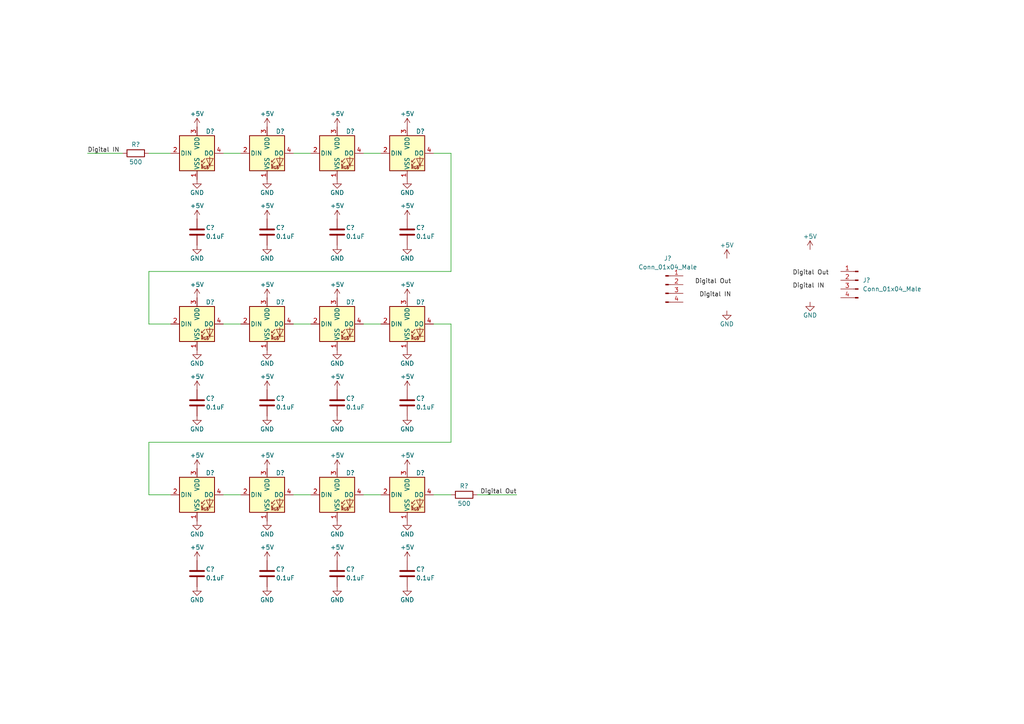
<source format=kicad_sch>
(kicad_sch (version 20211123) (generator eeschema)
  (paper "A4")
  (lib_symbols
    (symbol "Connector:Conn_01x04_Male" (pin_names (offset 1.016) hide)
      (property "Reference" "J" (at 0 5.08 0))
      (property "Value" "Conn_01x04_Male" (at 0 -7.62 0))
      (symbol "Conn_01x04_Male_1_1"
        (polyline (pts (xy 1.27 -5.08) (xy 0.8636 -5.08)) (stroke (width 0.1524)))
        (polyline (pts (xy 1.27 -2.54) (xy 0.8636 -2.54)) (stroke (width 0.1524)))
        (polyline (pts (xy 1.27 0) (xy 0.8636 0)) (stroke (width 0.1524)))
        (polyline (pts (xy 1.27 2.54) (xy 0.8636 2.54)) (stroke (width 0.1524)))
        (rectangle (start 0.8636 -4.953) (end 0 -5.207) (stroke (width 0.1524)) (fill (type outline)))
        (rectangle (start 0.8636 -2.413) (end 0 -2.667) (stroke (width 0.1524)) (fill (type outline)))
        (rectangle (start 0.8636 0.127) (end 0 -0.127) (stroke (width 0.1524)) (fill (type outline)))
        (rectangle (start 0.8636 2.667) (end 0 2.413) (stroke (width 0.1524)) (fill (type outline)))
        (pin passive line (at 5.08 2.54 180) (length 3.81) (name "Pin_1") (number "1"))
        (pin passive line (at 5.08 0 180) (length 3.81) (name "Pin_2") (number "2"))
        (pin passive line (at 5.08 -2.54 180) (length 3.81) (name "Pin_3") (number "3"))
        (pin passive line (at 5.08 -5.08 180) (length 3.81) (name "Pin_4") (number "4"))
      )
    )
    (symbol "Device:C" (pin_numbers hide) (pin_names (offset 0.254))
      (property "Reference" "C" (at 0.635 2.54 0))
      (property "Value" "C" (at 0.635 -2.54 0))
      (symbol "C_0_1"
        (polyline (pts (xy -2.032 -0.762) (xy 2.032 -0.762)) (stroke (width 0.508)))
        (polyline (pts (xy -2.032 0.762) (xy 2.032 0.762)) (stroke (width 0.508)))
      )
      (symbol "C_1_1"
        (pin passive line (at 0 3.81 270) (length 2.794) (name "~") (number "1"))
        (pin passive line (at 0 -3.81 90) (length 2.794) (name "~") (number "2"))
      )
    )
    (symbol "Device:R" (pin_numbers hide) (pin_names (offset 0))
      (property "Reference" "R" (at 2.032 0 90))
      (property "Value" "R" (at 0 0 90))
      (symbol "R_0_1"
        (rectangle (start -1.016 -2.54) (end 1.016 2.54) (stroke (width 0.254)))
      )
      (symbol "R_1_1"
        (pin passive line (at 0 3.81 270) (length 1.27) (name "~") (number "1"))
        (pin passive line (at 0 -3.81 90) (length 1.27) (name "~") (number "2"))
      )
    )
    (symbol "LED:Inolux_IN-PI554FCH" (pin_names (offset 0.254))
      (property "Reference" "D" (at 5.08 5.715 0))
      (property "Value" "Inolux_IN-PI554FCH" (at 1.27 -5.715 0))
      (symbol "Inolux_IN-PI554FCH_0_0"
        (text "RGB" (at 2.286 -4.191 0) (effects (font (size 0.762 0.762))))
      )
      (symbol "Inolux_IN-PI554FCH_0_1"
        (polyline (pts (xy 1.27 -3.556) (xy 1.778 -3.556)))
        (polyline (pts (xy 1.27 -2.54) (xy 1.778 -2.54)))
        (polyline (pts (xy 4.699 -3.556) (xy 2.667 -3.556)))
        (polyline (pts (xy 2.286 -2.54) (xy 1.27 -3.556) (xy 1.27 -3.048)))
        (polyline (pts (xy 2.286 -1.524) (xy 1.27 -2.54) (xy 1.27 -2.032)))
        (polyline (pts (xy 3.683 -1.016) (xy 3.683 -3.556) (xy 3.683 -4.064)))
        (polyline (pts (xy 4.699 -1.524) (xy 2.667 -1.524) (xy 3.683 -3.556) (xy 4.699 -1.524)))
        (rectangle (start 5.08 5.08) (end -5.08 -5.08) (stroke (width 0.254)) (fill (type background)))
      )
      (symbol "Inolux_IN-PI554FCH_1_1"
        (pin power_in line (at 0 -7.62 90) (length 2.54) (name "VSS") (number "1"))
        (pin input line (at -7.62 0 0) (length 2.54) (name "DIN") (number "2"))
        (pin power_in line (at 0 7.62 270) (length 2.54) (name "VDD") (number "3"))
        (pin output line (at 7.62 0 180) (length 2.54) (name "DO") (number "4"))
      )
    )
    (symbol "power:+5V" (power) (pin_names (offset 0))
      (property "Value" "+5V" (at 0 3.556 0))
      (symbol "+5V_0_1"
        (polyline (pts (xy -0.762 1.27) (xy 0 2.54)))
        (polyline (pts (xy 0 0) (xy 0 2.54)))
        (polyline (pts (xy 0 2.54) (xy 0.762 1.27)))
      )
      (symbol "+5V_1_1"
        (pin power_in line (at 0 0 90) (length 0) hide (name "+5V") (number "1"))
      )
    )
    (symbol "power:GND" (power) (pin_names (offset 0))
      (property "Value" "GND" (at 0 -3.81 0))
      (symbol "GND_0_1"
        (polyline (pts (xy 0 0) (xy 0 -1.27) (xy 1.27 -1.27) (xy 0 -2.54) (xy -1.27 -1.27) (xy 0 -1.27)))
      )
      (symbol "GND_1_1"
        (pin power_in line (at 0 0 270) (length 0) hide (name "GND") (number "1"))
      )
    )
  )
  (wire (pts (xy 105.41 143.51) (xy 110.49 143.51)))
  (wire (pts (xy 105.41 44.45) (xy 110.49 44.45)))
  (wire (pts (xy 64.77 93.98) (xy 69.85 93.98)))
  (wire (pts (xy 105.41 93.98) (xy 110.49 93.98)))
  (wire (pts (xy 138.43 143.51) (xy 149.86 143.51)))
  (wire (pts (xy 125.73 93.98) (xy 130.81 93.98)))
  (wire (pts (xy 64.77 143.51) (xy 69.85 143.51)))
  (wire (pts (xy 43.18 78.74) (xy 43.18 93.98)))
  (wire (pts (xy 130.81 78.74) (xy 43.18 78.74)))
  (wire (pts (xy 130.81 128.27) (xy 43.18 128.27)))
  (wire (pts (xy 130.81 93.98) (xy 130.81 128.27)))
  (wire (pts (xy 64.77 44.45) (xy 69.85 44.45)))
  (wire (pts (xy 43.18 93.98) (xy 49.53 93.98)))
  (wire (pts (xy 43.18 44.45) (xy 49.53 44.45)))
  (wire (pts (xy 85.09 93.98) (xy 90.17 93.98)))
  (wire (pts (xy 43.18 143.51) (xy 49.53 143.51)))
  (wire (pts (xy 125.73 143.51) (xy 130.81 143.51)))
  (wire (pts (xy 43.18 128.27) (xy 43.18 143.51)))
  (wire (pts (xy 85.09 44.45) (xy 90.17 44.45)))
  (wire (pts (xy 125.73 44.45) (xy 130.81 44.45)))
  (wire (pts (xy 85.09 143.51) (xy 90.17 143.51)))
  (wire (pts (xy 25.4 44.45) (xy 35.56 44.45)))
  (wire (pts (xy 130.81 44.45) (xy 130.81 78.74)))
  (label "Digital Out" (at 212.09 82.55 180))
  (label "Digital IN" (at 25.4 44.45 0))
  (label "Digital IN" (at 229.87 83.82 0))
  (label "Digital Out" (at 229.87 80.01 0))
  (label "Digital Out" (at 149.86 143.51 180))
  (label "Digital IN" (at 212.09 86.36 180))
  (symbol (lib_id "LED:Inolux_IN-PI554FCH") (at 77.47 44.45 0) (unit 1)
    (property "Reference" "D?" (at 81.28 38.1 0))
    (property "Value" "Inolux_IN-PI554FCH" (effects hide))
    (property "Footprint" "LED_SMD:LED_Inolux_IN-PI554FCH_PLCC4_5.0x5.0mm_P3.2mm" (effects hide))
    (property "Datasheet" "http://www.inolux-corp.com/datasheet/SMDLED/Addressable%20LED/IN-PI554FCH.pdf" (effects hide))
  )
  (symbol (lib_id "power:GND") (at 118.11 101.6 0) (unit 1)
    (property "Reference" "#PWR?" (effects hide))
    (property "Value" "GND" (at 118.11 105.41 0))
  )
  (symbol (lib_id "power:GND") (at 97.79 52.07 0) (unit 1)
    (property "Reference" "#PWR?" (effects hide))
    (property "Value" "GND" (at 97.79 55.88 0))
  )
  (symbol (lib_id "power:+5V") (at 118.11 36.83 0) (unit 1)
    (property "Reference" "#PWR?" (effects hide))
    (property "Value" "+5V" (at 118.11 33.02 0))
  )
  (symbol (lib_id "Device:C") (at 57.15 116.84 0) (unit 1)
    (property "Reference" "C?" (at 59.69 115.57 0) (effects (justify left)))
    (property "Value" "0.1uF" (at 59.69 118.11 0) (effects (justify left)))
  )
  (symbol (lib_id "Device:C") (at 97.79 67.31 0) (unit 1)
    (property "Reference" "C?" (at 100.33 66.04 0) (effects (justify left)))
    (property "Value" "0.1uF" (at 100.33 68.58 0) (effects (justify left)))
  )
  (symbol (lib_id "Device:C") (at 97.79 116.84 0) (unit 1)
    (property "Reference" "C?" (at 100.33 115.57 0) (effects (justify left)))
    (property "Value" "0.1uF" (at 100.33 118.11 0) (effects (justify left)))
  )
  (symbol (lib_id "power:GND") (at 57.15 52.07 0) (unit 1)
    (property "Reference" "#PWR?" (effects hide))
    (property "Value" "GND" (at 57.15 55.88 0))
  )
  (symbol (lib_id "Connector:Conn_01x04_Male") (at 193.04 82.55 0) (unit 1)
    (property "Reference" "J?" (at 193.675 74.93 0))
    (property "Value" "Conn_01x04_Male" (at 193.675 77.47 0))
  )
  (symbol (lib_id "power:+5V") (at 77.47 86.36 0) (unit 1)
    (property "Reference" "#PWR?" (effects hide))
    (property "Value" "+5V" (at 77.47 82.55 0))
  )
  (symbol (lib_id "Device:C") (at 77.47 166.37 0) (unit 1)
    (property "Reference" "C?" (at 80.01 165.1 0) (effects (justify left)))
    (property "Value" "0.1uF" (at 80.01 167.64 0) (effects (justify left)))
  )
  (symbol (lib_id "power:GND") (at 77.47 120.65 0) (unit 1)
    (property "Reference" "#PWR?" (effects hide))
    (property "Value" "GND" (at 77.47 124.46 0))
  )
  (symbol (lib_id "power:+5V") (at 210.82 74.93 0) (unit 1)
    (property "Reference" "#PWR?" (effects hide))
    (property "Value" "+5V" (at 210.82 71.12 0))
  )
  (symbol (lib_id "power:+5V") (at 97.79 162.56 0) (unit 1)
    (property "Reference" "#PWR?" (effects hide))
    (property "Value" "+5V" (at 97.79 158.75 0))
  )
  (symbol (lib_id "power:+5V") (at 97.79 135.89 0) (unit 1)
    (property "Reference" "#PWR?" (effects hide))
    (property "Value" "+5V" (at 97.79 132.08 0))
  )
  (symbol (lib_id "power:GND") (at 118.11 170.18 0) (unit 1)
    (property "Reference" "#PWR?" (effects hide))
    (property "Value" "GND" (at 118.11 173.99 0))
  )
  (symbol (lib_id "LED:Inolux_IN-PI554FCH") (at 118.11 44.45 0) (unit 1)
    (property "Reference" "D?" (at 121.92 38.1 0))
    (property "Value" "Inolux_IN-PI554FCH" (effects hide))
    (property "Footprint" "LED_SMD:LED_Inolux_IN-PI554FCH_PLCC4_5.0x5.0mm_P3.2mm" (effects hide))
    (property "Datasheet" "http://www.inolux-corp.com/datasheet/SMDLED/Addressable%20LED/IN-PI554FCH.pdf" (effects hide))
  )
  (symbol (lib_id "power:+5V") (at 77.47 162.56 0) (unit 1)
    (property "Reference" "#PWR?" (effects hide))
    (property "Value" "+5V" (at 77.47 158.75 0))
  )
  (symbol (lib_id "power:GND") (at 118.11 151.13 0) (unit 1)
    (property "Reference" "#PWR?" (effects hide))
    (property "Value" "GND" (at 118.11 154.94 0))
  )
  (symbol (lib_id "Device:C") (at 118.11 67.31 0) (unit 1)
    (property "Reference" "C?" (at 120.65 66.04 0) (effects (justify left)))
    (property "Value" "0.1uF" (at 120.65 68.58 0) (effects (justify left)))
  )
  (symbol (lib_id "power:GND") (at 118.11 52.07 0) (unit 1)
    (property "Reference" "#PWR?" (effects hide))
    (property "Value" "GND" (at 118.11 55.88 0))
  )
  (symbol (lib_id "Device:C") (at 77.47 67.31 0) (unit 1)
    (property "Reference" "C?" (at 80.01 66.04 0) (effects (justify left)))
    (property "Value" "0.1uF" (at 80.01 68.58 0) (effects (justify left)))
  )
  (symbol (lib_id "power:GND") (at 118.11 120.65 0) (unit 1)
    (property "Reference" "#PWR?" (effects hide))
    (property "Value" "GND" (at 118.11 124.46 0))
  )
  (symbol (lib_id "Device:R") (at 134.62 143.51 90) (unit 1)
    (property "Reference" "R?" (at 134.62 140.97 90))
    (property "Value" "500" (at 134.62 146.05 90))
  )
  (symbol (lib_id "Device:C") (at 97.79 166.37 0) (unit 1)
    (property "Reference" "C?" (at 100.33 165.1 0) (effects (justify left)))
    (property "Value" "0.1uF" (at 100.33 167.64 0) (effects (justify left)))
  )
  (symbol (lib_id "power:+5V") (at 77.47 113.03 0) (unit 1)
    (property "Reference" "#PWR?" (effects hide))
    (property "Value" "+5V" (at 77.47 109.22 0))
  )
  (symbol (lib_id "power:GND") (at 97.79 170.18 0) (unit 1)
    (property "Reference" "#PWR?" (effects hide))
    (property "Value" "GND" (at 97.79 173.99 0))
  )
  (symbol (lib_id "power:+5V") (at 77.47 36.83 0) (unit 1)
    (property "Reference" "#PWR?" (effects hide))
    (property "Value" "+5V" (at 77.47 33.02 0))
  )
  (symbol (lib_id "power:+5V") (at 118.11 113.03 0) (unit 1)
    (property "Reference" "#PWR?" (effects hide))
    (property "Value" "+5V" (at 118.11 109.22 0))
  )
  (symbol (lib_id "Device:C") (at 57.15 67.31 0) (unit 1)
    (property "Reference" "C?" (at 59.69 66.04 0) (effects (justify left)))
    (property "Value" "0.1uF" (at 59.69 68.58 0) (effects (justify left)))
  )
  (symbol (lib_id "power:+5V") (at 97.79 86.36 0) (unit 1)
    (property "Reference" "#PWR?" (effects hide))
    (property "Value" "+5V" (at 97.79 82.55 0))
  )
  (symbol (lib_id "LED:Inolux_IN-PI554FCH") (at 57.15 143.51 0) (unit 1)
    (property "Reference" "D?" (at 60.96 137.16 0))
    (property "Value" "Inolux_IN-PI554FCH" (effects hide))
    (property "Footprint" "LED_SMD:LED_Inolux_IN-PI554FCH_PLCC4_5.0x5.0mm_P3.2mm" (effects hide))
    (property "Datasheet" "http://www.inolux-corp.com/datasheet/SMDLED/Addressable%20LED/IN-PI554FCH.pdf" (effects hide))
  )
  (symbol (lib_id "power:+5V") (at 57.15 86.36 0) (unit 1)
    (property "Reference" "#PWR?" (effects hide))
    (property "Value" "+5V" (at 57.15 82.55 0))
  )
  (symbol (lib_id "LED:Inolux_IN-PI554FCH") (at 57.15 44.45 0) (unit 1)
    (property "Reference" "D?" (at 60.96 38.1 0))
    (property "Value" "Inolux_IN-PI554FCH" (effects hide))
    (property "Footprint" "LED_SMD:LED_Inolux_IN-PI554FCH_PLCC4_5.0x5.0mm_P3.2mm" (effects hide))
    (property "Datasheet" "http://www.inolux-corp.com/datasheet/SMDLED/Addressable%20LED/IN-PI554FCH.pdf" (effects hide))
  )
  (symbol (lib_id "power:+5V") (at 97.79 113.03 0) (unit 1)
    (property "Reference" "#PWR?" (effects hide))
    (property "Value" "+5V" (at 97.79 109.22 0))
  )
  (symbol (lib_id "Device:C") (at 118.11 166.37 0) (unit 1)
    (property "Reference" "C?" (at 120.65 165.1 0) (effects (justify left)))
    (property "Value" "0.1uF" (at 120.65 167.64 0) (effects (justify left)))
  )
  (symbol (lib_id "power:GND") (at 118.11 71.12 0) (unit 1)
    (property "Reference" "#PWR?" (effects hide))
    (property "Value" "GND" (at 118.11 74.93 0))
  )
  (symbol (lib_id "power:GND") (at 57.15 170.18 0) (unit 1)
    (property "Reference" "#PWR?" (effects hide))
    (property "Value" "GND" (at 57.15 173.99 0))
  )
  (symbol (lib_id "power:+5V") (at 57.15 36.83 0) (unit 1)
    (property "Reference" "#PWR?" (effects hide))
    (property "Value" "+5V" (at 57.15 33.02 0))
  )
  (symbol (lib_id "power:GND") (at 97.79 101.6 0) (unit 1)
    (property "Reference" "#PWR?" (effects hide))
    (property "Value" "GND" (at 97.79 105.41 0))
  )
  (symbol (lib_id "LED:Inolux_IN-PI554FCH") (at 118.11 93.98 0) (unit 1)
    (property "Reference" "D?" (at 121.92 87.63 0))
    (property "Value" "Inolux_IN-PI554FCH" (effects hide))
    (property "Footprint" "LED_SMD:LED_Inolux_IN-PI554FCH_PLCC4_5.0x5.0mm_P3.2mm" (effects hide))
    (property "Datasheet" "http://www.inolux-corp.com/datasheet/SMDLED/Addressable%20LED/IN-PI554FCH.pdf" (effects hide))
  )
  (symbol (lib_id "power:+5V") (at 234.95 72.39 0) (unit 1)
    (property "Reference" "#PWR?" (effects hide))
    (property "Value" "+5V" (at 234.95 68.58 0))
  )
  (symbol (lib_id "power:GND") (at 97.79 120.65 0) (unit 1)
    (property "Reference" "#PWR?" (effects hide))
    (property "Value" "GND" (at 97.79 124.46 0))
  )
  (symbol (lib_id "power:GND") (at 57.15 101.6 0) (unit 1)
    (property "Reference" "#PWR?" (effects hide))
    (property "Value" "GND" (at 57.15 105.41 0))
  )
  (symbol (lib_id "LED:Inolux_IN-PI554FCH") (at 77.47 93.98 0) (unit 1)
    (property "Reference" "D?" (at 81.28 87.63 0))
    (property "Value" "Inolux_IN-PI554FCH" (effects hide))
    (property "Footprint" "LED_SMD:LED_Inolux_IN-PI554FCH_PLCC4_5.0x5.0mm_P3.2mm" (effects hide))
    (property "Datasheet" "http://www.inolux-corp.com/datasheet/SMDLED/Addressable%20LED/IN-PI554FCH.pdf" (effects hide))
  )
  (symbol (lib_id "LED:Inolux_IN-PI554FCH") (at 97.79 143.51 0) (unit 1)
    (property "Reference" "D?" (at 101.6 137.16 0))
    (property "Value" "Inolux_IN-PI554FCH" (effects hide))
    (property "Footprint" "LED_SMD:LED_Inolux_IN-PI554FCH_PLCC4_5.0x5.0mm_P3.2mm" (effects hide))
    (property "Datasheet" "http://www.inolux-corp.com/datasheet/SMDLED/Addressable%20LED/IN-PI554FCH.pdf" (effects hide))
  )
  (symbol (lib_id "power:GND") (at 210.82 90.17 0) (unit 1)
    (property "Reference" "#PWR?" (effects hide))
    (property "Value" "GND" (at 210.82 93.98 0))
  )
  (symbol (lib_id "Device:C") (at 57.15 166.37 0) (unit 1)
    (property "Reference" "C?" (at 59.69 165.1 0) (effects (justify left)))
    (property "Value" "0.1uF" (at 59.69 167.64 0) (effects (justify left)))
  )
  (symbol (lib_id "power:+5V") (at 57.15 135.89 0) (unit 1)
    (property "Reference" "#PWR?" (effects hide))
    (property "Value" "+5V" (at 57.15 132.08 0))
  )
  (symbol (lib_id "LED:Inolux_IN-PI554FCH") (at 118.11 143.51 0) (unit 1)
    (property "Reference" "D?" (at 121.92 137.16 0))
    (property "Value" "Inolux_IN-PI554FCH" (effects hide))
    (property "Footprint" "LED_SMD:LED_Inolux_IN-PI554FCH_PLCC4_5.0x5.0mm_P3.2mm" (effects hide))
    (property "Datasheet" "http://www.inolux-corp.com/datasheet/SMDLED/Addressable%20LED/IN-PI554FCH.pdf" (effects hide))
  )
  (symbol (lib_id "power:GND") (at 234.95 87.63 0) (unit 1)
    (property "Reference" "#PWR?" (effects hide))
    (property "Value" "GND" (at 234.95 91.44 0))
  )
  (symbol (lib_id "power:+5V") (at 118.11 162.56 0) (unit 1)
    (property "Reference" "#PWR?" (effects hide))
    (property "Value" "+5V" (at 118.11 158.75 0))
  )
  (symbol (lib_id "power:GND") (at 77.47 101.6 0) (unit 1)
    (property "Reference" "#PWR?" (effects hide))
    (property "Value" "GND" (at 77.47 105.41 0))
  )
  (symbol (lib_id "power:GND") (at 97.79 151.13 0) (unit 1)
    (property "Reference" "#PWR?" (effects hide))
    (property "Value" "GND" (at 97.79 154.94 0))
  )
  (symbol (lib_id "power:+5V") (at 57.15 162.56 0) (unit 1)
    (property "Reference" "#PWR?" (effects hide))
    (property "Value" "+5V" (at 57.15 158.75 0))
  )
  (symbol (lib_id "power:GND") (at 57.15 120.65 0) (unit 1)
    (property "Reference" "#PWR?" (effects hide))
    (property "Value" "GND" (at 57.15 124.46 0))
  )
  (symbol (lib_id "power:+5V") (at 77.47 63.5 0) (unit 1)
    (property "Reference" "#PWR?" (effects hide))
    (property "Value" "+5V" (at 77.47 59.69 0))
  )
  (symbol (lib_id "Connector:Conn_01x04_Male") (at 248.92 81.28 0) (mirror y) (unit 1)
    (property "Reference" "J?" (at 250.19 81.2799 0) (effects (justify right)))
    (property "Value" "Conn_01x04_Male" (at 250.19 83.8199 0) (effects (justify right)))
  )
  (symbol (lib_id "power:+5V") (at 77.47 135.89 0) (unit 1)
    (property "Reference" "#PWR?" (effects hide))
    (property "Value" "+5V" (at 77.47 132.08 0))
  )
  (symbol (lib_id "power:GND") (at 77.47 151.13 0) (unit 1)
    (property "Reference" "#PWR?" (effects hide))
    (property "Value" "GND" (at 77.47 154.94 0))
  )
  (symbol (lib_id "power:+5V") (at 118.11 63.5 0) (unit 1)
    (property "Reference" "#PWR?" (effects hide))
    (property "Value" "+5V" (at 118.11 59.69 0))
  )
  (symbol (lib_id "Device:C") (at 118.11 116.84 0) (unit 1)
    (property "Reference" "C?" (at 120.65 115.57 0) (effects (justify left)))
    (property "Value" "0.1uF" (at 120.65 118.11 0) (effects (justify left)))
  )
  (symbol (lib_id "LED:Inolux_IN-PI554FCH") (at 77.47 143.51 0) (unit 1)
    (property "Reference" "D?" (at 81.28 137.16 0))
    (property "Value" "Inolux_IN-PI554FCH" (effects hide))
    (property "Footprint" "LED_SMD:LED_Inolux_IN-PI554FCH_PLCC4_5.0x5.0mm_P3.2mm" (effects hide))
    (property "Datasheet" "http://www.inolux-corp.com/datasheet/SMDLED/Addressable%20LED/IN-PI554FCH.pdf" (effects hide))
  )
  (symbol (lib_id "power:GND") (at 77.47 71.12 0) (unit 1)
    (property "Reference" "#PWR?" (effects hide))
    (property "Value" "GND" (at 77.47 74.93 0))
  )
  (symbol (lib_id "Device:C") (at 77.47 116.84 0) (unit 1)
    (property "Reference" "C?" (at 80.01 115.57 0) (effects (justify left)))
    (property "Value" "0.1uF" (at 80.01 118.11 0) (effects (justify left)))
  )
  (symbol (lib_id "power:+5V") (at 118.11 86.36 0) (unit 1)
    (property "Reference" "#PWR?" (effects hide))
    (property "Value" "+5V" (at 118.11 82.55 0))
  )
  (symbol (lib_id "power:+5V") (at 97.79 63.5 0) (unit 1)
    (property "Reference" "#PWR?" (effects hide))
    (property "Value" "+5V" (at 97.79 59.69 0))
  )
  (symbol (lib_id "power:GND") (at 77.47 170.18 0) (unit 1)
    (property "Reference" "#PWR?" (effects hide))
    (property "Value" "GND" (at 77.47 173.99 0))
  )
  (symbol (lib_id "LED:Inolux_IN-PI554FCH") (at 97.79 93.98 0) (unit 1)
    (property "Reference" "D?" (at 101.6 87.63 0))
    (property "Value" "Inolux_IN-PI554FCH" (effects hide))
    (property "Footprint" "LED_SMD:LED_Inolux_IN-PI554FCH_PLCC4_5.0x5.0mm_P3.2mm" (effects hide))
    (property "Datasheet" "http://www.inolux-corp.com/datasheet/SMDLED/Addressable%20LED/IN-PI554FCH.pdf" (effects hide))
  )
  (symbol (lib_id "power:GND") (at 77.47 52.07 0) (unit 1)
    (property "Reference" "#PWR?" (effects hide))
    (property "Value" "GND" (at 77.47 55.88 0))
  )
  (symbol (lib_id "LED:Inolux_IN-PI554FCH") (at 57.15 93.98 0) (unit 1)
    (property "Reference" "D?" (at 60.96 87.63 0))
    (property "Value" "Inolux_IN-PI554FCH" (effects hide))
    (property "Footprint" "LED_SMD:LED_Inolux_IN-PI554FCH_PLCC4_5.0x5.0mm_P3.2mm" (effects hide))
    (property "Datasheet" "http://www.inolux-corp.com/datasheet/SMDLED/Addressable%20LED/IN-PI554FCH.pdf" (effects hide))
  )
  (symbol (lib_id "power:GND") (at 97.79 71.12 0) (unit 1)
    (property "Reference" "#PWR?" (effects hide))
    (property "Value" "GND" (at 97.79 74.93 0))
  )
  (symbol (lib_id "LED:Inolux_IN-PI554FCH") (at 97.79 44.45 0) (unit 1)
    (property "Reference" "D?" (at 101.6 38.1 0))
    (property "Value" "Inolux_IN-PI554FCH" (effects hide))
    (property "Footprint" "LED_SMD:LED_Inolux_IN-PI554FCH_PLCC4_5.0x5.0mm_P3.2mm" (effects hide))
    (property "Datasheet" "http://www.inolux-corp.com/datasheet/SMDLED/Addressable%20LED/IN-PI554FCH.pdf" (effects hide))
  )
  (symbol (lib_id "power:+5V") (at 118.11 135.89 0) (unit 1)
    (property "Reference" "#PWR?" (effects hide))
    (property "Value" "+5V" (at 118.11 132.08 0))
  )
  (symbol (lib_id "power:+5V") (at 57.15 63.5 0) (unit 1)
    (property "Reference" "#PWR?" (effects hide))
    (property "Value" "+5V" (at 57.15 59.69 0))
  )
  (symbol (lib_id "Device:R") (at 39.37 44.45 90) (unit 1)
    (property "Reference" "R?" (at 39.37 41.91 90))
    (property "Value" "500" (at 39.37 46.99 90))
  )
  (symbol (lib_id "power:+5V") (at 97.79 36.83 0) (unit 1)
    (property "Reference" "#PWR?" (effects hide))
    (property "Value" "+5V" (at 97.79 33.02 0))
  )
  (symbol (lib_id "power:GND") (at 57.15 71.12 0) (unit 1)
    (property "Reference" "#PWR?" (effects hide))
    (property "Value" "GND" (at 57.15 74.93 0))
  )
  (symbol (lib_id "power:GND") (at 57.15 151.13 0) (unit 1)
    (property "Reference" "#PWR?" (effects hide))
    (property "Value" "GND" (at 57.15 154.94 0))
  )
  (symbol (lib_id "power:+5V") (at 57.15 113.03 0) (unit 1)
    (property "Reference" "#PWR?" (effects hide))
    (property "Value" "+5V" (at 57.15 109.22 0))
  )
)
</source>
